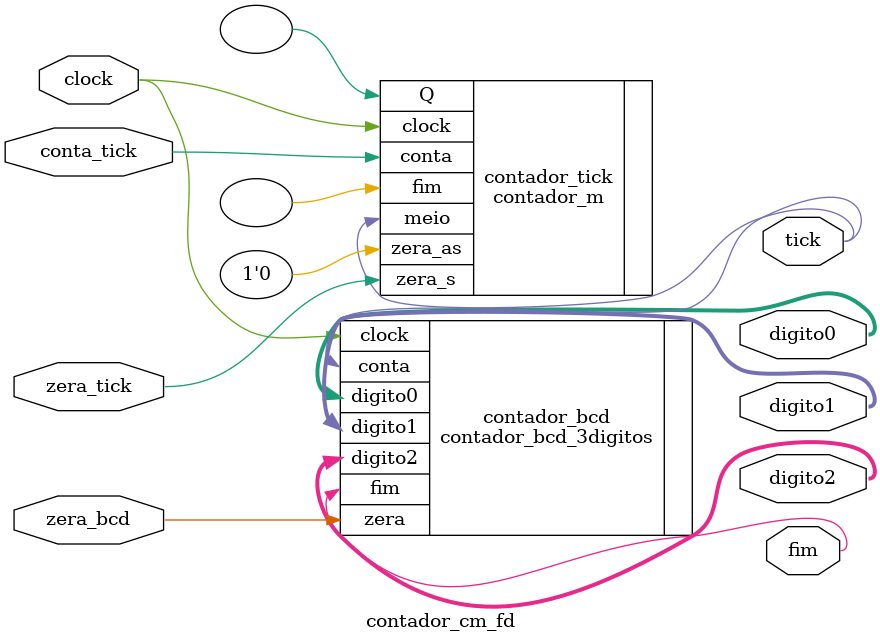
<source format=v>
/* --------------------------------------------------------------------------
 *  Arquivo   : contador_cm_fd
 * --------------------------------------------------------------------------
 *  Descricao : fluxo de dados do componente de contagem de cm 
 *
 *              componente parametrizado em funcao de clocks/cm
 *            
 * --------------------------------------------------------------------------
 *  Revisoes  :
 *      Data        Versao  Autor             Descricao
 *      07/09/2024  1.0     Edson Midorikawa  versao em Verilog
 * --------------------------------------------------------------------------
 */

module contador_cm_fd #(
    parameter R = 10,  // razão de clocks por cm
    parameter N = 4    // teto(log2(R)) 
) (
    input wire        clock,
    input wire        zera_tick,
    input wire        conta_tick,
    input wire        zera_bcd,
    output wire       tick,
    output wire [3:0] digito0,
    output wire [3:0] digito1,
    output wire [3:0] digito2,
    output wire       fim
);

    // Gera tick do contador de cm a cada ciclo de R
    contador_m #(
        .M (R), 
        .N (N)
    ) contador_tick (
        .clock   (clock     ),
        .zera_as (1'b0      ),
        .zera_s  (zera_tick ),
        .conta   (conta_tick),
        .Q       (          ),  // s_resto (desconectado)
        .fim     (          ),  // fim (desconectado)
        .meio    (tick      )
    );

    // Contador de distância em cm
    contador_bcd_3digitos contador_bcd (
        .clock   (clock    ),
        .zera    (zera_bcd ),
        .conta   (tick     ),
        .digito0 (digito0  ),
        .digito1 (digito1  ),
        .digito2 (digito2  ),
        .fim     (fim      )
    );

endmodule
</source>
